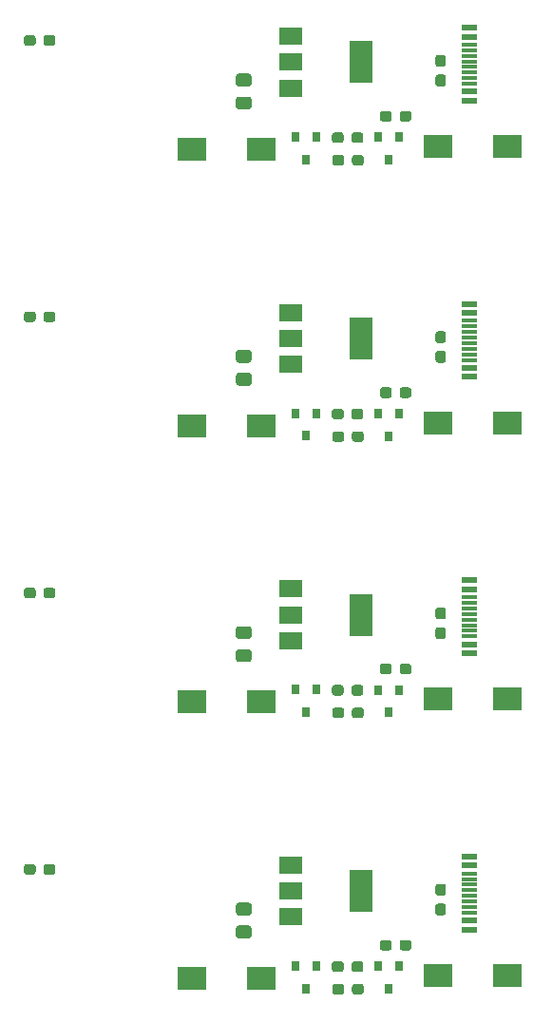
<source format=gbr>
%TF.GenerationSoftware,KiCad,Pcbnew,5.1.6-c6e7f7d~87~ubuntu20.04.1*%
%TF.CreationDate,2020-08-08T19:49:55+10:00*%
%TF.ProjectId,borscht-esp-pico-panel,626f7273-6368-4742-9d65-73702d706963,rev?*%
%TF.SameCoordinates,Original*%
%TF.FileFunction,Paste,Bot*%
%TF.FilePolarity,Positive*%
%FSLAX46Y46*%
G04 Gerber Fmt 4.6, Leading zero omitted, Abs format (unit mm)*
G04 Created by KiCad (PCBNEW 5.1.6-c6e7f7d~87~ubuntu20.04.1) date 2020-08-08 19:49:55*
%MOMM*%
%LPD*%
G01*
G04 APERTURE LIST*
%ADD10R,1.450000X0.300000*%
%ADD11R,1.450000X0.600000*%
%ADD12R,0.800000X0.900000*%
%ADD13R,2.500000X2.000000*%
%ADD14R,2.000000X3.800000*%
%ADD15R,2.000000X1.500000*%
G04 APERTURE END LIST*
%TO.C,C2*%
G36*
G01*
X94072001Y-138499716D02*
X94072001Y-138974716D01*
G75*
G02*
X93834501Y-139212216I-237500J0D01*
G01*
X93259501Y-139212216D01*
G75*
G02*
X93022001Y-138974716I0J237500D01*
G01*
X93022001Y-138499716D01*
G75*
G02*
X93259501Y-138262216I237500J0D01*
G01*
X93834501Y-138262216D01*
G75*
G02*
X94072001Y-138499716I0J-237500D01*
G01*
G37*
G36*
G01*
X92322001Y-138499716D02*
X92322001Y-138974716D01*
G75*
G02*
X92084501Y-139212216I-237500J0D01*
G01*
X91509501Y-139212216D01*
G75*
G02*
X91272001Y-138974716I0J237500D01*
G01*
X91272001Y-138499716D01*
G75*
G02*
X91509501Y-138262216I237500J0D01*
G01*
X92084501Y-138262216D01*
G75*
G02*
X92322001Y-138499716I0J-237500D01*
G01*
G37*
%TD*%
%TO.C,C3*%
G36*
G01*
X79583802Y-138127416D02*
X78683800Y-138127416D01*
G75*
G02*
X78433801Y-137877417I0J249999D01*
G01*
X78433801Y-137227415D01*
G75*
G02*
X78683800Y-136977416I249999J0D01*
G01*
X79583802Y-136977416D01*
G75*
G02*
X79833801Y-137227415I0J-249999D01*
G01*
X79833801Y-137877417D01*
G75*
G02*
X79583802Y-138127416I-249999J0D01*
G01*
G37*
G36*
G01*
X79583802Y-136077416D02*
X78683800Y-136077416D01*
G75*
G02*
X78433801Y-135827417I0J249999D01*
G01*
X78433801Y-135177415D01*
G75*
G02*
X78683800Y-134927416I249999J0D01*
G01*
X79583802Y-134927416D01*
G75*
G02*
X79833801Y-135177415I0J-249999D01*
G01*
X79833801Y-135827417D01*
G75*
G02*
X79583802Y-136077416I-249999J0D01*
G01*
G37*
%TD*%
%TO.C,C4*%
G36*
G01*
X62347401Y-131743316D02*
X62347401Y-132218316D01*
G75*
G02*
X62109901Y-132455816I-237500J0D01*
G01*
X61534901Y-132455816D01*
G75*
G02*
X61297401Y-132218316I0J237500D01*
G01*
X61297401Y-131743316D01*
G75*
G02*
X61534901Y-131505816I237500J0D01*
G01*
X62109901Y-131505816D01*
G75*
G02*
X62347401Y-131743316I0J-237500D01*
G01*
G37*
G36*
G01*
X60597401Y-131743316D02*
X60597401Y-132218316D01*
G75*
G02*
X60359901Y-132455816I-237500J0D01*
G01*
X59784901Y-132455816D01*
G75*
G02*
X59547401Y-132218316I0J237500D01*
G01*
X59547401Y-131743316D01*
G75*
G02*
X59784901Y-131505816I237500J0D01*
G01*
X60359901Y-131505816D01*
G75*
G02*
X60597401Y-131743316I0J-237500D01*
G01*
G37*
%TD*%
D10*
%TO.C,J1*%
X99269601Y-133839016D03*
X99269601Y-135839016D03*
X99269601Y-135339016D03*
X99269601Y-134839016D03*
X99269601Y-134339016D03*
X99269601Y-133339016D03*
X99269601Y-132839016D03*
X99269601Y-132339016D03*
D11*
X99269601Y-137339016D03*
X99269601Y-136539016D03*
X99269601Y-131639016D03*
X99269601Y-130839016D03*
X99269601Y-130839016D03*
X99269601Y-131639016D03*
X99269601Y-136539016D03*
X99269601Y-137339016D03*
%TD*%
D12*
%TO.C,Q1*%
X83746401Y-140582016D03*
X85646401Y-140582016D03*
X84696401Y-142582016D03*
%TD*%
%TO.C,Q2*%
X91087001Y-140607416D03*
X92987001Y-140607416D03*
X92037001Y-142607416D03*
%TD*%
%TO.C,R2*%
G36*
G01*
X86990801Y-140879716D02*
X86990801Y-140404716D01*
G75*
G02*
X87228301Y-140167216I237500J0D01*
G01*
X87803301Y-140167216D01*
G75*
G02*
X88040801Y-140404716I0J-237500D01*
G01*
X88040801Y-140879716D01*
G75*
G02*
X87803301Y-141117216I-237500J0D01*
G01*
X87228301Y-141117216D01*
G75*
G02*
X86990801Y-140879716I0J237500D01*
G01*
G37*
G36*
G01*
X88740801Y-140879716D02*
X88740801Y-140404716D01*
G75*
G02*
X88978301Y-140167216I237500J0D01*
G01*
X89553301Y-140167216D01*
G75*
G02*
X89790801Y-140404716I0J-237500D01*
G01*
X89790801Y-140879716D01*
G75*
G02*
X89553301Y-141117216I-237500J0D01*
G01*
X88978301Y-141117216D01*
G75*
G02*
X88740801Y-140879716I0J237500D01*
G01*
G37*
%TD*%
%TO.C,R3*%
G36*
G01*
X89830201Y-142411316D02*
X89830201Y-142886316D01*
G75*
G02*
X89592701Y-143123816I-237500J0D01*
G01*
X89017701Y-143123816D01*
G75*
G02*
X88780201Y-142886316I0J237500D01*
G01*
X88780201Y-142411316D01*
G75*
G02*
X89017701Y-142173816I237500J0D01*
G01*
X89592701Y-142173816D01*
G75*
G02*
X89830201Y-142411316I0J-237500D01*
G01*
G37*
G36*
G01*
X88080201Y-142411316D02*
X88080201Y-142886316D01*
G75*
G02*
X87842701Y-143123816I-237500J0D01*
G01*
X87267701Y-143123816D01*
G75*
G02*
X87030201Y-142886316I0J237500D01*
G01*
X87030201Y-142411316D01*
G75*
G02*
X87267701Y-142173816I237500J0D01*
G01*
X87842701Y-142173816D01*
G75*
G02*
X88080201Y-142411316I0J-237500D01*
G01*
G37*
%TD*%
%TO.C,R6*%
G36*
G01*
X96447701Y-133273216D02*
X96922701Y-133273216D01*
G75*
G02*
X97160201Y-133510716I0J-237500D01*
G01*
X97160201Y-134085716D01*
G75*
G02*
X96922701Y-134323216I-237500J0D01*
G01*
X96447701Y-134323216D01*
G75*
G02*
X96210201Y-134085716I0J237500D01*
G01*
X96210201Y-133510716D01*
G75*
G02*
X96447701Y-133273216I237500J0D01*
G01*
G37*
G36*
G01*
X96447701Y-135023216D02*
X96922701Y-135023216D01*
G75*
G02*
X97160201Y-135260716I0J-237500D01*
G01*
X97160201Y-135835716D01*
G75*
G02*
X96922701Y-136073216I-237500J0D01*
G01*
X96447701Y-136073216D01*
G75*
G02*
X96210201Y-135835716I0J237500D01*
G01*
X96210201Y-135260716D01*
G75*
G02*
X96447701Y-135023216I237500J0D01*
G01*
G37*
%TD*%
D13*
%TO.C,SW1*%
X74504401Y-141683616D03*
X80664401Y-141683616D03*
%TD*%
%TO.C,SW2*%
X102584601Y-141429616D03*
X96424601Y-141429616D03*
%TD*%
D14*
%TO.C,U4*%
X89624401Y-133911216D03*
D15*
X83324401Y-133911216D03*
X83324401Y-131611216D03*
X83324401Y-136211216D03*
%TD*%
%TO.C,C2*%
G36*
G01*
X94072001Y-113893711D02*
X94072001Y-114368711D01*
G75*
G02*
X93834501Y-114606211I-237500J0D01*
G01*
X93259501Y-114606211D01*
G75*
G02*
X93022001Y-114368711I0J237500D01*
G01*
X93022001Y-113893711D01*
G75*
G02*
X93259501Y-113656211I237500J0D01*
G01*
X93834501Y-113656211D01*
G75*
G02*
X94072001Y-113893711I0J-237500D01*
G01*
G37*
G36*
G01*
X92322001Y-113893711D02*
X92322001Y-114368711D01*
G75*
G02*
X92084501Y-114606211I-237500J0D01*
G01*
X91509501Y-114606211D01*
G75*
G02*
X91272001Y-114368711I0J237500D01*
G01*
X91272001Y-113893711D01*
G75*
G02*
X91509501Y-113656211I237500J0D01*
G01*
X92084501Y-113656211D01*
G75*
G02*
X92322001Y-113893711I0J-237500D01*
G01*
G37*
%TD*%
%TO.C,C3*%
G36*
G01*
X79583802Y-113521411D02*
X78683800Y-113521411D01*
G75*
G02*
X78433801Y-113271412I0J249999D01*
G01*
X78433801Y-112621410D01*
G75*
G02*
X78683800Y-112371411I249999J0D01*
G01*
X79583802Y-112371411D01*
G75*
G02*
X79833801Y-112621410I0J-249999D01*
G01*
X79833801Y-113271412D01*
G75*
G02*
X79583802Y-113521411I-249999J0D01*
G01*
G37*
G36*
G01*
X79583802Y-111471411D02*
X78683800Y-111471411D01*
G75*
G02*
X78433801Y-111221412I0J249999D01*
G01*
X78433801Y-110571410D01*
G75*
G02*
X78683800Y-110321411I249999J0D01*
G01*
X79583802Y-110321411D01*
G75*
G02*
X79833801Y-110571410I0J-249999D01*
G01*
X79833801Y-111221412D01*
G75*
G02*
X79583802Y-111471411I-249999J0D01*
G01*
G37*
%TD*%
%TO.C,C4*%
G36*
G01*
X62347401Y-107137311D02*
X62347401Y-107612311D01*
G75*
G02*
X62109901Y-107849811I-237500J0D01*
G01*
X61534901Y-107849811D01*
G75*
G02*
X61297401Y-107612311I0J237500D01*
G01*
X61297401Y-107137311D01*
G75*
G02*
X61534901Y-106899811I237500J0D01*
G01*
X62109901Y-106899811D01*
G75*
G02*
X62347401Y-107137311I0J-237500D01*
G01*
G37*
G36*
G01*
X60597401Y-107137311D02*
X60597401Y-107612311D01*
G75*
G02*
X60359901Y-107849811I-237500J0D01*
G01*
X59784901Y-107849811D01*
G75*
G02*
X59547401Y-107612311I0J237500D01*
G01*
X59547401Y-107137311D01*
G75*
G02*
X59784901Y-106899811I237500J0D01*
G01*
X60359901Y-106899811D01*
G75*
G02*
X60597401Y-107137311I0J-237500D01*
G01*
G37*
%TD*%
D10*
%TO.C,J1*%
X99269601Y-109233011D03*
X99269601Y-111233011D03*
X99269601Y-110733011D03*
X99269601Y-110233011D03*
X99269601Y-109733011D03*
X99269601Y-108733011D03*
X99269601Y-108233011D03*
X99269601Y-107733011D03*
D11*
X99269601Y-112733011D03*
X99269601Y-111933011D03*
X99269601Y-107033011D03*
X99269601Y-106233011D03*
X99269601Y-106233011D03*
X99269601Y-107033011D03*
X99269601Y-111933011D03*
X99269601Y-112733011D03*
%TD*%
D12*
%TO.C,Q1*%
X83746401Y-115976011D03*
X85646401Y-115976011D03*
X84696401Y-117976011D03*
%TD*%
%TO.C,Q2*%
X91087001Y-116001411D03*
X92987001Y-116001411D03*
X92037001Y-118001411D03*
%TD*%
%TO.C,R2*%
G36*
G01*
X86990801Y-116273711D02*
X86990801Y-115798711D01*
G75*
G02*
X87228301Y-115561211I237500J0D01*
G01*
X87803301Y-115561211D01*
G75*
G02*
X88040801Y-115798711I0J-237500D01*
G01*
X88040801Y-116273711D01*
G75*
G02*
X87803301Y-116511211I-237500J0D01*
G01*
X87228301Y-116511211D01*
G75*
G02*
X86990801Y-116273711I0J237500D01*
G01*
G37*
G36*
G01*
X88740801Y-116273711D02*
X88740801Y-115798711D01*
G75*
G02*
X88978301Y-115561211I237500J0D01*
G01*
X89553301Y-115561211D01*
G75*
G02*
X89790801Y-115798711I0J-237500D01*
G01*
X89790801Y-116273711D01*
G75*
G02*
X89553301Y-116511211I-237500J0D01*
G01*
X88978301Y-116511211D01*
G75*
G02*
X88740801Y-116273711I0J237500D01*
G01*
G37*
%TD*%
%TO.C,R3*%
G36*
G01*
X89830201Y-117805311D02*
X89830201Y-118280311D01*
G75*
G02*
X89592701Y-118517811I-237500J0D01*
G01*
X89017701Y-118517811D01*
G75*
G02*
X88780201Y-118280311I0J237500D01*
G01*
X88780201Y-117805311D01*
G75*
G02*
X89017701Y-117567811I237500J0D01*
G01*
X89592701Y-117567811D01*
G75*
G02*
X89830201Y-117805311I0J-237500D01*
G01*
G37*
G36*
G01*
X88080201Y-117805311D02*
X88080201Y-118280311D01*
G75*
G02*
X87842701Y-118517811I-237500J0D01*
G01*
X87267701Y-118517811D01*
G75*
G02*
X87030201Y-118280311I0J237500D01*
G01*
X87030201Y-117805311D01*
G75*
G02*
X87267701Y-117567811I237500J0D01*
G01*
X87842701Y-117567811D01*
G75*
G02*
X88080201Y-117805311I0J-237500D01*
G01*
G37*
%TD*%
%TO.C,R6*%
G36*
G01*
X96447701Y-108667211D02*
X96922701Y-108667211D01*
G75*
G02*
X97160201Y-108904711I0J-237500D01*
G01*
X97160201Y-109479711D01*
G75*
G02*
X96922701Y-109717211I-237500J0D01*
G01*
X96447701Y-109717211D01*
G75*
G02*
X96210201Y-109479711I0J237500D01*
G01*
X96210201Y-108904711D01*
G75*
G02*
X96447701Y-108667211I237500J0D01*
G01*
G37*
G36*
G01*
X96447701Y-110417211D02*
X96922701Y-110417211D01*
G75*
G02*
X97160201Y-110654711I0J-237500D01*
G01*
X97160201Y-111229711D01*
G75*
G02*
X96922701Y-111467211I-237500J0D01*
G01*
X96447701Y-111467211D01*
G75*
G02*
X96210201Y-111229711I0J237500D01*
G01*
X96210201Y-110654711D01*
G75*
G02*
X96447701Y-110417211I237500J0D01*
G01*
G37*
%TD*%
D13*
%TO.C,SW1*%
X74504401Y-117077611D03*
X80664401Y-117077611D03*
%TD*%
%TO.C,SW2*%
X102584601Y-116823611D03*
X96424601Y-116823611D03*
%TD*%
D14*
%TO.C,U4*%
X89624401Y-109305211D03*
D15*
X83324401Y-109305211D03*
X83324401Y-107005211D03*
X83324401Y-111605211D03*
%TD*%
%TO.C,C2*%
G36*
G01*
X94072001Y-89287706D02*
X94072001Y-89762706D01*
G75*
G02*
X93834501Y-90000206I-237500J0D01*
G01*
X93259501Y-90000206D01*
G75*
G02*
X93022001Y-89762706I0J237500D01*
G01*
X93022001Y-89287706D01*
G75*
G02*
X93259501Y-89050206I237500J0D01*
G01*
X93834501Y-89050206D01*
G75*
G02*
X94072001Y-89287706I0J-237500D01*
G01*
G37*
G36*
G01*
X92322001Y-89287706D02*
X92322001Y-89762706D01*
G75*
G02*
X92084501Y-90000206I-237500J0D01*
G01*
X91509501Y-90000206D01*
G75*
G02*
X91272001Y-89762706I0J237500D01*
G01*
X91272001Y-89287706D01*
G75*
G02*
X91509501Y-89050206I237500J0D01*
G01*
X92084501Y-89050206D01*
G75*
G02*
X92322001Y-89287706I0J-237500D01*
G01*
G37*
%TD*%
%TO.C,C3*%
G36*
G01*
X79583802Y-88915406D02*
X78683800Y-88915406D01*
G75*
G02*
X78433801Y-88665407I0J249999D01*
G01*
X78433801Y-88015405D01*
G75*
G02*
X78683800Y-87765406I249999J0D01*
G01*
X79583802Y-87765406D01*
G75*
G02*
X79833801Y-88015405I0J-249999D01*
G01*
X79833801Y-88665407D01*
G75*
G02*
X79583802Y-88915406I-249999J0D01*
G01*
G37*
G36*
G01*
X79583802Y-86865406D02*
X78683800Y-86865406D01*
G75*
G02*
X78433801Y-86615407I0J249999D01*
G01*
X78433801Y-85965405D01*
G75*
G02*
X78683800Y-85715406I249999J0D01*
G01*
X79583802Y-85715406D01*
G75*
G02*
X79833801Y-85965405I0J-249999D01*
G01*
X79833801Y-86615407D01*
G75*
G02*
X79583802Y-86865406I-249999J0D01*
G01*
G37*
%TD*%
%TO.C,C4*%
G36*
G01*
X62347401Y-82531306D02*
X62347401Y-83006306D01*
G75*
G02*
X62109901Y-83243806I-237500J0D01*
G01*
X61534901Y-83243806D01*
G75*
G02*
X61297401Y-83006306I0J237500D01*
G01*
X61297401Y-82531306D01*
G75*
G02*
X61534901Y-82293806I237500J0D01*
G01*
X62109901Y-82293806D01*
G75*
G02*
X62347401Y-82531306I0J-237500D01*
G01*
G37*
G36*
G01*
X60597401Y-82531306D02*
X60597401Y-83006306D01*
G75*
G02*
X60359901Y-83243806I-237500J0D01*
G01*
X59784901Y-83243806D01*
G75*
G02*
X59547401Y-83006306I0J237500D01*
G01*
X59547401Y-82531306D01*
G75*
G02*
X59784901Y-82293806I237500J0D01*
G01*
X60359901Y-82293806D01*
G75*
G02*
X60597401Y-82531306I0J-237500D01*
G01*
G37*
%TD*%
D10*
%TO.C,J1*%
X99269601Y-84627006D03*
X99269601Y-86627006D03*
X99269601Y-86127006D03*
X99269601Y-85627006D03*
X99269601Y-85127006D03*
X99269601Y-84127006D03*
X99269601Y-83627006D03*
X99269601Y-83127006D03*
D11*
X99269601Y-88127006D03*
X99269601Y-87327006D03*
X99269601Y-82427006D03*
X99269601Y-81627006D03*
X99269601Y-81627006D03*
X99269601Y-82427006D03*
X99269601Y-87327006D03*
X99269601Y-88127006D03*
%TD*%
D12*
%TO.C,Q1*%
X83746401Y-91370006D03*
X85646401Y-91370006D03*
X84696401Y-93370006D03*
%TD*%
%TO.C,Q2*%
X91087001Y-91395406D03*
X92987001Y-91395406D03*
X92037001Y-93395406D03*
%TD*%
%TO.C,R2*%
G36*
G01*
X86990801Y-91667706D02*
X86990801Y-91192706D01*
G75*
G02*
X87228301Y-90955206I237500J0D01*
G01*
X87803301Y-90955206D01*
G75*
G02*
X88040801Y-91192706I0J-237500D01*
G01*
X88040801Y-91667706D01*
G75*
G02*
X87803301Y-91905206I-237500J0D01*
G01*
X87228301Y-91905206D01*
G75*
G02*
X86990801Y-91667706I0J237500D01*
G01*
G37*
G36*
G01*
X88740801Y-91667706D02*
X88740801Y-91192706D01*
G75*
G02*
X88978301Y-90955206I237500J0D01*
G01*
X89553301Y-90955206D01*
G75*
G02*
X89790801Y-91192706I0J-237500D01*
G01*
X89790801Y-91667706D01*
G75*
G02*
X89553301Y-91905206I-237500J0D01*
G01*
X88978301Y-91905206D01*
G75*
G02*
X88740801Y-91667706I0J237500D01*
G01*
G37*
%TD*%
%TO.C,R3*%
G36*
G01*
X89830201Y-93199306D02*
X89830201Y-93674306D01*
G75*
G02*
X89592701Y-93911806I-237500J0D01*
G01*
X89017701Y-93911806D01*
G75*
G02*
X88780201Y-93674306I0J237500D01*
G01*
X88780201Y-93199306D01*
G75*
G02*
X89017701Y-92961806I237500J0D01*
G01*
X89592701Y-92961806D01*
G75*
G02*
X89830201Y-93199306I0J-237500D01*
G01*
G37*
G36*
G01*
X88080201Y-93199306D02*
X88080201Y-93674306D01*
G75*
G02*
X87842701Y-93911806I-237500J0D01*
G01*
X87267701Y-93911806D01*
G75*
G02*
X87030201Y-93674306I0J237500D01*
G01*
X87030201Y-93199306D01*
G75*
G02*
X87267701Y-92961806I237500J0D01*
G01*
X87842701Y-92961806D01*
G75*
G02*
X88080201Y-93199306I0J-237500D01*
G01*
G37*
%TD*%
%TO.C,R6*%
G36*
G01*
X96447701Y-84061206D02*
X96922701Y-84061206D01*
G75*
G02*
X97160201Y-84298706I0J-237500D01*
G01*
X97160201Y-84873706D01*
G75*
G02*
X96922701Y-85111206I-237500J0D01*
G01*
X96447701Y-85111206D01*
G75*
G02*
X96210201Y-84873706I0J237500D01*
G01*
X96210201Y-84298706D01*
G75*
G02*
X96447701Y-84061206I237500J0D01*
G01*
G37*
G36*
G01*
X96447701Y-85811206D02*
X96922701Y-85811206D01*
G75*
G02*
X97160201Y-86048706I0J-237500D01*
G01*
X97160201Y-86623706D01*
G75*
G02*
X96922701Y-86861206I-237500J0D01*
G01*
X96447701Y-86861206D01*
G75*
G02*
X96210201Y-86623706I0J237500D01*
G01*
X96210201Y-86048706D01*
G75*
G02*
X96447701Y-85811206I237500J0D01*
G01*
G37*
%TD*%
D13*
%TO.C,SW1*%
X74504401Y-92471606D03*
X80664401Y-92471606D03*
%TD*%
%TO.C,SW2*%
X102584601Y-92217606D03*
X96424601Y-92217606D03*
%TD*%
D14*
%TO.C,U4*%
X89624401Y-84699206D03*
D15*
X83324401Y-84699206D03*
X83324401Y-82399206D03*
X83324401Y-86999206D03*
%TD*%
%TO.C,C2*%
G36*
G01*
X94072001Y-64681701D02*
X94072001Y-65156701D01*
G75*
G02*
X93834501Y-65394201I-237500J0D01*
G01*
X93259501Y-65394201D01*
G75*
G02*
X93022001Y-65156701I0J237500D01*
G01*
X93022001Y-64681701D01*
G75*
G02*
X93259501Y-64444201I237500J0D01*
G01*
X93834501Y-64444201D01*
G75*
G02*
X94072001Y-64681701I0J-237500D01*
G01*
G37*
G36*
G01*
X92322001Y-64681701D02*
X92322001Y-65156701D01*
G75*
G02*
X92084501Y-65394201I-237500J0D01*
G01*
X91509501Y-65394201D01*
G75*
G02*
X91272001Y-65156701I0J237500D01*
G01*
X91272001Y-64681701D01*
G75*
G02*
X91509501Y-64444201I237500J0D01*
G01*
X92084501Y-64444201D01*
G75*
G02*
X92322001Y-64681701I0J-237500D01*
G01*
G37*
%TD*%
%TO.C,C3*%
G36*
G01*
X79583802Y-64309401D02*
X78683800Y-64309401D01*
G75*
G02*
X78433801Y-64059402I0J249999D01*
G01*
X78433801Y-63409400D01*
G75*
G02*
X78683800Y-63159401I249999J0D01*
G01*
X79583802Y-63159401D01*
G75*
G02*
X79833801Y-63409400I0J-249999D01*
G01*
X79833801Y-64059402D01*
G75*
G02*
X79583802Y-64309401I-249999J0D01*
G01*
G37*
G36*
G01*
X79583802Y-62259401D02*
X78683800Y-62259401D01*
G75*
G02*
X78433801Y-62009402I0J249999D01*
G01*
X78433801Y-61359400D01*
G75*
G02*
X78683800Y-61109401I249999J0D01*
G01*
X79583802Y-61109401D01*
G75*
G02*
X79833801Y-61359400I0J-249999D01*
G01*
X79833801Y-62009402D01*
G75*
G02*
X79583802Y-62259401I-249999J0D01*
G01*
G37*
%TD*%
%TO.C,C4*%
G36*
G01*
X62347401Y-57925301D02*
X62347401Y-58400301D01*
G75*
G02*
X62109901Y-58637801I-237500J0D01*
G01*
X61534901Y-58637801D01*
G75*
G02*
X61297401Y-58400301I0J237500D01*
G01*
X61297401Y-57925301D01*
G75*
G02*
X61534901Y-57687801I237500J0D01*
G01*
X62109901Y-57687801D01*
G75*
G02*
X62347401Y-57925301I0J-237500D01*
G01*
G37*
G36*
G01*
X60597401Y-57925301D02*
X60597401Y-58400301D01*
G75*
G02*
X60359901Y-58637801I-237500J0D01*
G01*
X59784901Y-58637801D01*
G75*
G02*
X59547401Y-58400301I0J237500D01*
G01*
X59547401Y-57925301D01*
G75*
G02*
X59784901Y-57687801I237500J0D01*
G01*
X60359901Y-57687801D01*
G75*
G02*
X60597401Y-57925301I0J-237500D01*
G01*
G37*
%TD*%
D10*
%TO.C,J1*%
X99269601Y-60021001D03*
X99269601Y-62021001D03*
X99269601Y-61521001D03*
X99269601Y-61021001D03*
X99269601Y-60521001D03*
X99269601Y-59521001D03*
X99269601Y-59021001D03*
X99269601Y-58521001D03*
D11*
X99269601Y-63521001D03*
X99269601Y-62721001D03*
X99269601Y-57821001D03*
X99269601Y-57021001D03*
X99269601Y-57021001D03*
X99269601Y-57821001D03*
X99269601Y-62721001D03*
X99269601Y-63521001D03*
%TD*%
D12*
%TO.C,Q1*%
X83746401Y-66764001D03*
X85646401Y-66764001D03*
X84696401Y-68764001D03*
%TD*%
%TO.C,Q2*%
X91087001Y-66789401D03*
X92987001Y-66789401D03*
X92037001Y-68789401D03*
%TD*%
%TO.C,R2*%
G36*
G01*
X86990801Y-67061701D02*
X86990801Y-66586701D01*
G75*
G02*
X87228301Y-66349201I237500J0D01*
G01*
X87803301Y-66349201D01*
G75*
G02*
X88040801Y-66586701I0J-237500D01*
G01*
X88040801Y-67061701D01*
G75*
G02*
X87803301Y-67299201I-237500J0D01*
G01*
X87228301Y-67299201D01*
G75*
G02*
X86990801Y-67061701I0J237500D01*
G01*
G37*
G36*
G01*
X88740801Y-67061701D02*
X88740801Y-66586701D01*
G75*
G02*
X88978301Y-66349201I237500J0D01*
G01*
X89553301Y-66349201D01*
G75*
G02*
X89790801Y-66586701I0J-237500D01*
G01*
X89790801Y-67061701D01*
G75*
G02*
X89553301Y-67299201I-237500J0D01*
G01*
X88978301Y-67299201D01*
G75*
G02*
X88740801Y-67061701I0J237500D01*
G01*
G37*
%TD*%
%TO.C,R3*%
G36*
G01*
X89830201Y-68593301D02*
X89830201Y-69068301D01*
G75*
G02*
X89592701Y-69305801I-237500J0D01*
G01*
X89017701Y-69305801D01*
G75*
G02*
X88780201Y-69068301I0J237500D01*
G01*
X88780201Y-68593301D01*
G75*
G02*
X89017701Y-68355801I237500J0D01*
G01*
X89592701Y-68355801D01*
G75*
G02*
X89830201Y-68593301I0J-237500D01*
G01*
G37*
G36*
G01*
X88080201Y-68593301D02*
X88080201Y-69068301D01*
G75*
G02*
X87842701Y-69305801I-237500J0D01*
G01*
X87267701Y-69305801D01*
G75*
G02*
X87030201Y-69068301I0J237500D01*
G01*
X87030201Y-68593301D01*
G75*
G02*
X87267701Y-68355801I237500J0D01*
G01*
X87842701Y-68355801D01*
G75*
G02*
X88080201Y-68593301I0J-237500D01*
G01*
G37*
%TD*%
%TO.C,R6*%
G36*
G01*
X96447701Y-59455201D02*
X96922701Y-59455201D01*
G75*
G02*
X97160201Y-59692701I0J-237500D01*
G01*
X97160201Y-60267701D01*
G75*
G02*
X96922701Y-60505201I-237500J0D01*
G01*
X96447701Y-60505201D01*
G75*
G02*
X96210201Y-60267701I0J237500D01*
G01*
X96210201Y-59692701D01*
G75*
G02*
X96447701Y-59455201I237500J0D01*
G01*
G37*
G36*
G01*
X96447701Y-61205201D02*
X96922701Y-61205201D01*
G75*
G02*
X97160201Y-61442701I0J-237500D01*
G01*
X97160201Y-62017701D01*
G75*
G02*
X96922701Y-62255201I-237500J0D01*
G01*
X96447701Y-62255201D01*
G75*
G02*
X96210201Y-62017701I0J237500D01*
G01*
X96210201Y-61442701D01*
G75*
G02*
X96447701Y-61205201I237500J0D01*
G01*
G37*
%TD*%
D13*
%TO.C,SW1*%
X74504401Y-67865601D03*
X80664401Y-67865601D03*
%TD*%
%TO.C,SW2*%
X102584601Y-67611601D03*
X96424601Y-67611601D03*
%TD*%
D14*
%TO.C,U4*%
X89624401Y-60093201D03*
D15*
X83324401Y-60093201D03*
X83324401Y-57793201D03*
X83324401Y-62393201D03*
%TD*%
M02*

</source>
